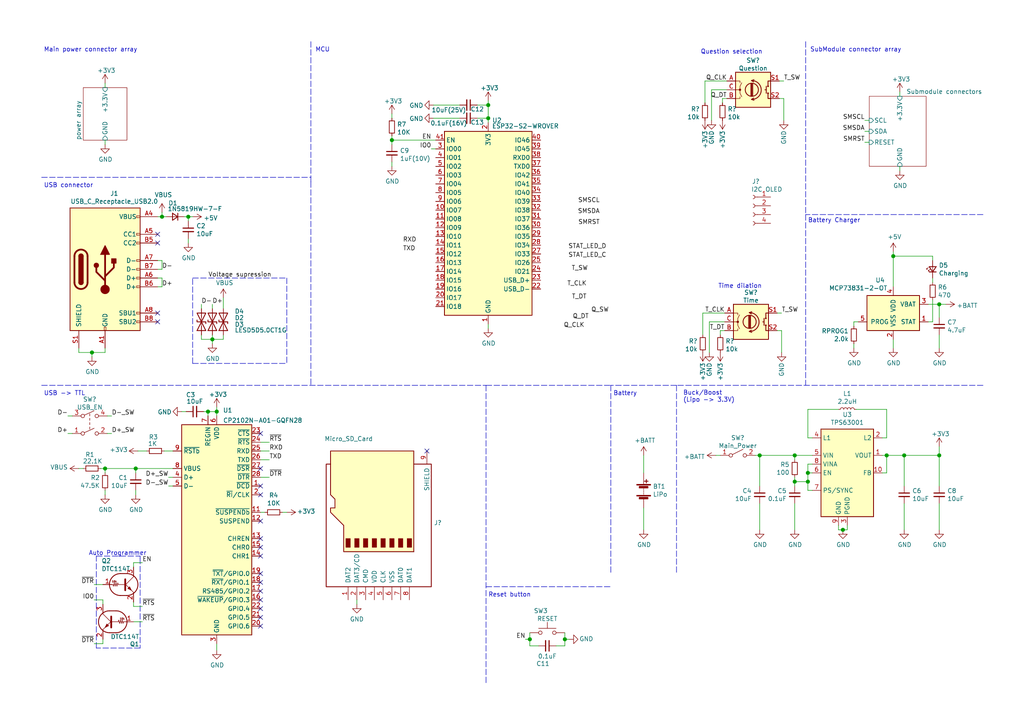
<source format=kicad_sch>
(kicad_sch (version 20210126) (generator eeschema)
  (paper "A4")
  (junction (at 26.67 102.235) (diameter 1.016))
  (junction (at 30.48 135.89) (diameter 1.016))
  (junction (at 39.37 135.89) (diameter 1.016))
  (junction (at 46.99 62.865) (diameter 1.016))
  (junction (at 54.61 62.865) (diameter 1.016))
  (junction (at 60.325 119.38) (diameter 1.016))
  (junction (at 61.595 98.425) (diameter 1.016))
  (junction (at 62.865 119.38) (diameter 1.016))
  (junction (at 113.665 40.64) (diameter 1.016))
  (junction (at 141.605 30.48) (diameter 1.016))
  (junction (at 141.605 34.29) (diameter 1.016))
  (junction (at 153.67 185.42) (diameter 1.016))
  (junction (at 161.925 230.505) (diameter 1.016))
  (junction (at 163.83 185.42) (diameter 1.016))
  (junction (at 172.085 230.505) (diameter 1.016))
  (junction (at 220.345 132.08) (diameter 1.016))
  (junction (at 230.505 132.08) (diameter 1.016))
  (junction (at 230.505 139.7) (diameter 1.016))
  (junction (at 234.315 137.16) (diameter 1.016))
  (junction (at 234.315 139.7) (diameter 1.016))
  (junction (at 244.475 153.67) (diameter 1.016))
  (junction (at 257.175 132.08) (diameter 1.016))
  (junction (at 259.08 74.295) (diameter 1.016))
  (junction (at 262.255 132.08) (diameter 1.016))
  (junction (at 272.415 88.265) (diameter 1.016))
  (junction (at 272.415 132.08) (diameter 1.016))
  (no_connect (at 45.72 67.945))
  (no_connect (at 45.72 70.485))
  (no_connect (at 45.72 90.805))
  (no_connect (at 45.72 93.345))
  (no_connect (at 75.565 125.73))
  (no_connect (at 75.565 135.89))
  (no_connect (at 75.565 140.97))
  (no_connect (at 75.565 143.51))
  (no_connect (at 75.565 151.13))
  (no_connect (at 75.565 156.21))
  (no_connect (at 75.565 158.75))
  (no_connect (at 75.565 161.29))
  (no_connect (at 75.565 166.37))
  (no_connect (at 75.565 168.91))
  (no_connect (at 75.565 171.45))
  (no_connect (at 75.565 173.99))
  (no_connect (at 75.565 176.53))
  (no_connect (at 75.565 179.07))
  (no_connect (at 75.565 181.61))
  (no_connect (at 123.825 130.81))
  (no_connect (at 127 240.03))
  (no_connect (at 127 243.205))
  (wire (pts (xy 19.685 120.65) (xy 20.955 120.65)))
  (wire (pts (xy 19.685 125.73) (xy 20.955 125.73)))
  (wire (pts (xy 22.86 100.965) (xy 22.86 102.235)))
  (wire (pts (xy 22.86 102.235) (xy 26.67 102.235)))
  (wire (pts (xy 22.86 135.89) (xy 24.13 135.89)))
  (wire (pts (xy 26.67 102.235) (xy 26.67 103.505)))
  (wire (pts (xy 26.67 102.235) (xy 30.48 102.235)))
  (wire (pts (xy 27.305 169.545) (xy 29.845 169.545)))
  (wire (pts (xy 27.305 173.99) (xy 29.845 173.99)))
  (wire (pts (xy 27.305 186.69) (xy 29.845 186.69)))
  (wire (pts (xy 29.21 135.89) (xy 30.48 135.89)))
  (wire (pts (xy 29.845 175.26) (xy 29.845 173.99)))
  (wire (pts (xy 29.845 185.42) (xy 29.845 186.69)))
  (wire (pts (xy 30.48 24.13) (xy 30.48 25.4)))
  (wire (pts (xy 30.48 40.64) (xy 30.48 41.91)))
  (wire (pts (xy 30.48 100.965) (xy 30.48 102.235)))
  (wire (pts (xy 30.48 135.89) (xy 30.48 137.16)))
  (wire (pts (xy 30.48 142.24) (xy 30.48 143.51)))
  (wire (pts (xy 31.115 120.65) (xy 32.385 120.65)))
  (wire (pts (xy 31.115 125.73) (xy 32.385 125.73)))
  (wire (pts (xy 38.735 163.195) (xy 41.275 163.195)))
  (wire (pts (xy 38.735 164.465) (xy 38.735 163.195)))
  (wire (pts (xy 38.735 174.625) (xy 38.735 175.895)))
  (wire (pts (xy 38.735 175.895) (xy 41.275 175.895)))
  (wire (pts (xy 38.735 180.34) (xy 41.275 180.34)))
  (wire (pts (xy 39.37 135.89) (xy 30.48 135.89)))
  (wire (pts (xy 39.37 135.89) (xy 39.37 137.16)))
  (wire (pts (xy 39.37 135.89) (xy 50.165 135.89)))
  (wire (pts (xy 39.37 142.24) (xy 39.37 143.51)))
  (wire (pts (xy 40.005 130.81) (xy 42.545 130.81)))
  (wire (pts (xy 45.72 62.865) (xy 46.99 62.865)))
  (wire (pts (xy 45.72 75.565) (xy 46.99 75.565)))
  (wire (pts (xy 45.72 78.105) (xy 46.99 78.105)))
  (wire (pts (xy 45.72 80.645) (xy 46.99 80.645)))
  (wire (pts (xy 46.99 61.595) (xy 46.99 62.865)))
  (wire (pts (xy 46.99 62.865) (xy 48.26 62.865)))
  (wire (pts (xy 46.99 75.565) (xy 46.99 78.105)))
  (wire (pts (xy 46.99 80.645) (xy 46.99 83.185)))
  (wire (pts (xy 46.99 83.185) (xy 45.72 83.185)))
  (wire (pts (xy 47.625 130.81) (xy 50.165 130.81)))
  (wire (pts (xy 48.895 138.43) (xy 50.165 138.43)))
  (wire (pts (xy 48.895 140.97) (xy 50.165 140.97)))
  (wire (pts (xy 52.705 119.38) (xy 53.975 119.38)))
  (wire (pts (xy 53.34 62.865) (xy 54.61 62.865)))
  (wire (pts (xy 54.61 62.865) (xy 54.61 64.135)))
  (wire (pts (xy 54.61 62.865) (xy 55.88 62.865)))
  (wire (pts (xy 54.61 69.215) (xy 54.61 70.485)))
  (wire (pts (xy 58.42 88.265) (xy 58.42 89.535)))
  (wire (pts (xy 58.42 97.155) (xy 58.42 98.425)))
  (wire (pts (xy 58.42 98.425) (xy 61.595 98.425)))
  (wire (pts (xy 59.055 119.38) (xy 60.325 119.38)))
  (wire (pts (xy 60.325 119.38) (xy 60.325 120.65)))
  (wire (pts (xy 60.325 119.38) (xy 62.865 119.38)))
  (wire (pts (xy 61.595 88.265) (xy 61.595 89.535)))
  (wire (pts (xy 61.595 97.155) (xy 61.595 98.425)))
  (wire (pts (xy 61.595 98.425) (xy 61.595 99.695)))
  (wire (pts (xy 61.595 98.425) (xy 64.77 98.425)))
  (wire (pts (xy 62.865 118.11) (xy 62.865 119.38)))
  (wire (pts (xy 62.865 119.38) (xy 62.865 120.65)))
  (wire (pts (xy 62.865 186.69) (xy 62.865 188.595)))
  (wire (pts (xy 64.77 86.36) (xy 64.77 89.535)))
  (wire (pts (xy 64.77 98.425) (xy 64.77 97.155)))
  (wire (pts (xy 75.565 128.27) (xy 78.105 128.27)))
  (wire (pts (xy 75.565 130.81) (xy 78.105 130.81)))
  (wire (pts (xy 75.565 133.35) (xy 78.105 133.35)))
  (wire (pts (xy 75.565 138.43) (xy 78.105 138.43)))
  (wire (pts (xy 75.565 148.59) (xy 76.835 148.59)))
  (wire (pts (xy 81.915 148.59) (xy 83.185 148.59)))
  (wire (pts (xy 103.505 173.99) (xy 103.505 175.26)))
  (wire (pts (xy 110.49 240.665) (xy 111.76 240.665)))
  (wire (pts (xy 110.49 243.205) (xy 111.76 243.205)))
  (wire (pts (xy 113.665 33.02) (xy 113.665 34.29)))
  (wire (pts (xy 113.665 39.37) (xy 113.665 40.64)))
  (wire (pts (xy 113.665 40.64) (xy 126.365 40.64)))
  (wire (pts (xy 113.665 41.91) (xy 113.665 40.64)))
  (wire (pts (xy 113.665 46.99) (xy 113.665 48.26)))
  (wire (pts (xy 119.38 234.315) (xy 119.38 235.585)))
  (wire (pts (xy 119.38 250.825) (xy 119.38 252.095)))
  (wire (pts (xy 125.095 43.18) (xy 126.365 43.18)))
  (wire (pts (xy 125.73 30.48) (xy 133.35 30.48)))
  (wire (pts (xy 125.73 34.29) (xy 133.35 34.29)))
  (wire (pts (xy 138.43 30.48) (xy 141.605 30.48)))
  (wire (pts (xy 138.43 34.29) (xy 141.605 34.29)))
  (wire (pts (xy 141.605 29.21) (xy 141.605 30.48)))
  (wire (pts (xy 141.605 30.48) (xy 141.605 34.29)))
  (wire (pts (xy 141.605 34.29) (xy 141.605 35.56)))
  (wire (pts (xy 141.605 93.98) (xy 141.605 95.25)))
  (wire (pts (xy 152.4 185.42) (xy 153.67 185.42)))
  (wire (pts (xy 153.67 183.515) (xy 153.67 185.42)))
  (wire (pts (xy 153.67 185.42) (xy 153.67 187.325)))
  (wire (pts (xy 153.67 187.325) (xy 156.21 187.325)))
  (wire (pts (xy 160.655 230.505) (xy 161.925 230.505)))
  (wire (pts (xy 161.925 228.6) (xy 161.925 230.505)))
  (wire (pts (xy 161.925 230.505) (xy 161.925 232.41)))
  (wire (pts (xy 161.925 232.41) (xy 164.465 232.41)))
  (wire (pts (xy 163.83 183.515) (xy 163.83 185.42)))
  (wire (pts (xy 163.83 185.42) (xy 163.83 187.325)))
  (wire (pts (xy 163.83 185.42) (xy 165.1 185.42)))
  (wire (pts (xy 163.83 187.325) (xy 161.29 187.325)))
  (wire (pts (xy 172.085 228.6) (xy 172.085 230.505)))
  (wire (pts (xy 172.085 230.505) (xy 172.085 232.41)))
  (wire (pts (xy 172.085 230.505) (xy 173.355 230.505)))
  (wire (pts (xy 172.085 232.41) (xy 169.545 232.41)))
  (wire (pts (xy 186.69 132.08) (xy 186.69 137.16)))
  (wire (pts (xy 186.69 147.32) (xy 186.69 153.67)))
  (wire (pts (xy 203.835 90.805) (xy 203.835 97.155)))
  (wire (pts (xy 203.835 90.805) (xy 210.185 90.805)))
  (wire (pts (xy 204.47 23.495) (xy 204.47 29.845)))
  (wire (pts (xy 204.47 23.495) (xy 210.82 23.495)))
  (wire (pts (xy 205.74 93.345) (xy 205.74 102.235)))
  (wire (pts (xy 205.74 93.345) (xy 210.185 93.345)))
  (wire (pts (xy 206.375 26.035) (xy 206.375 34.925)))
  (wire (pts (xy 207.645 132.08) (xy 208.915 132.08)))
  (wire (pts (xy 208.915 95.885) (xy 208.915 97.155)))
  (wire (pts (xy 209.55 28.575) (xy 209.55 29.845)))
  (wire (pts (xy 210.185 95.885) (xy 208.915 95.885)))
  (wire (pts (xy 210.82 26.035) (xy 206.375 26.035)))
  (wire (pts (xy 210.82 28.575) (xy 209.55 28.575)))
  (wire (pts (xy 219.075 132.08) (xy 220.345 132.08)))
  (wire (pts (xy 220.345 132.08) (xy 230.505 132.08)))
  (wire (pts (xy 220.345 140.97) (xy 220.345 132.08)))
  (wire (pts (xy 220.345 146.05) (xy 220.345 153.67)))
  (wire (pts (xy 225.425 90.805) (xy 226.695 90.805)))
  (wire (pts (xy 225.425 95.885) (xy 226.695 95.885)))
  (wire (pts (xy 226.06 23.495) (xy 227.33 23.495)))
  (wire (pts (xy 226.06 28.575) (xy 227.33 28.575)))
  (wire (pts (xy 226.695 95.885) (xy 226.695 102.235)))
  (wire (pts (xy 227.33 28.575) (xy 227.33 34.925)))
  (wire (pts (xy 230.505 132.08) (xy 230.505 133.35)))
  (wire (pts (xy 230.505 138.43) (xy 230.505 139.7)))
  (wire (pts (xy 230.505 139.7) (xy 230.505 140.97)))
  (wire (pts (xy 230.505 139.7) (xy 234.315 139.7)))
  (wire (pts (xy 230.505 146.05) (xy 230.505 153.67)))
  (wire (pts (xy 234.315 118.745) (xy 234.315 127)))
  (wire (pts (xy 234.315 127) (xy 235.585 127)))
  (wire (pts (xy 234.315 134.62) (xy 234.315 137.16)))
  (wire (pts (xy 234.315 137.16) (xy 235.585 137.16)))
  (wire (pts (xy 234.315 139.7) (xy 234.315 137.16)))
  (wire (pts (xy 234.315 142.24) (xy 234.315 139.7)))
  (wire (pts (xy 235.585 132.08) (xy 230.505 132.08)))
  (wire (pts (xy 235.585 134.62) (xy 234.315 134.62)))
  (wire (pts (xy 235.585 142.24) (xy 234.315 142.24)))
  (wire (pts (xy 243.205 118.745) (xy 234.315 118.745)))
  (wire (pts (xy 243.205 152.4) (xy 243.205 153.67)))
  (wire (pts (xy 243.205 153.67) (xy 244.475 153.67)))
  (wire (pts (xy 244.475 153.67) (xy 245.745 153.67)))
  (wire (pts (xy 245.745 153.67) (xy 245.745 152.4)))
  (wire (pts (xy 247.65 93.345) (xy 248.92 93.345)))
  (wire (pts (xy 247.65 94.615) (xy 247.65 93.345)))
  (wire (pts (xy 247.65 99.695) (xy 247.65 100.965)))
  (wire (pts (xy 248.285 118.745) (xy 257.175 118.745)))
  (wire (pts (xy 250.825 34.925) (xy 252.095 34.925)))
  (wire (pts (xy 250.825 38.1) (xy 252.095 38.1)))
  (wire (pts (xy 250.825 41.275) (xy 252.095 41.275)))
  (wire (pts (xy 255.905 137.16) (xy 257.175 137.16)))
  (wire (pts (xy 257.175 118.745) (xy 257.175 127)))
  (wire (pts (xy 257.175 127) (xy 255.905 127)))
  (wire (pts (xy 257.175 132.08) (xy 255.905 132.08)))
  (wire (pts (xy 257.175 132.08) (xy 262.255 132.08)))
  (wire (pts (xy 257.175 137.16) (xy 257.175 132.08)))
  (wire (pts (xy 259.08 73.025) (xy 259.08 74.295)))
  (wire (pts (xy 259.08 74.295) (xy 259.08 83.185)))
  (wire (pts (xy 259.08 98.425) (xy 259.08 100.965)))
  (wire (pts (xy 260.985 26.67) (xy 260.985 27.94)))
  (wire (pts (xy 260.985 48.26) (xy 260.985 49.53)))
  (wire (pts (xy 262.255 132.08) (xy 262.255 140.97)))
  (wire (pts (xy 262.255 132.08) (xy 272.415 132.08)))
  (wire (pts (xy 262.255 146.05) (xy 262.255 153.67)))
  (wire (pts (xy 269.24 88.265) (xy 272.415 88.265)))
  (wire (pts (xy 270.51 74.295) (xy 259.08 74.295)))
  (wire (pts (xy 270.51 75.565) (xy 270.51 74.295)))
  (wire (pts (xy 270.51 80.645) (xy 270.51 81.915)))
  (wire (pts (xy 270.51 86.995) (xy 270.51 93.345)))
  (wire (pts (xy 270.51 93.345) (xy 269.24 93.345)))
  (wire (pts (xy 272.415 88.265) (xy 272.415 92.075)))
  (wire (pts (xy 272.415 88.265) (xy 274.32 88.265)))
  (wire (pts (xy 272.415 97.155) (xy 272.415 100.965)))
  (wire (pts (xy 272.415 132.08) (xy 272.415 129.54)))
  (wire (pts (xy 272.415 132.08) (xy 272.415 140.97)))
  (wire (pts (xy 272.415 146.05) (xy 272.415 153.67)))
  (polyline (pts (xy 12.065 51.435) (xy 90.17 51.435)) (stroke (width 0) (type dash)))
  (polyline (pts (xy 12.065 111.76) (xy 140.97 111.76)) (stroke (width 0) (type dash)))
  (polyline (pts (xy 27.94 161.29) (xy 40.64 161.29)) (stroke (width 0) (type dash)))
  (polyline (pts (xy 27.94 187.96) (xy 27.94 161.29)) (stroke (width 0) (type dash)))
  (polyline (pts (xy 40.64 161.29) (xy 40.64 161.925)) (stroke (width 0.152) (type dash)))
  (polyline (pts (xy 40.64 161.925) (xy 40.64 187.96)) (stroke (width 0) (type dash)))
  (polyline (pts (xy 40.64 187.96) (xy 27.94 187.96)) (stroke (width 0) (type dash)))
  (polyline (pts (xy 55.88 80.645) (xy 83.185 80.645)) (stroke (width 0) (type dash)))
  (polyline (pts (xy 55.88 105.41) (xy 55.88 80.645)) (stroke (width 0) (type dash)))
  (polyline (pts (xy 55.88 105.41) (xy 83.185 105.41)) (stroke (width 0) (type dash)))
  (polyline (pts (xy 83.185 80.645) (xy 83.185 105.41)) (stroke (width 0) (type dash)))
  (polyline (pts (xy 90.17 12.065) (xy 90.17 51.435)) (stroke (width 0) (type dash)))
  (polyline (pts (xy 90.17 52.705) (xy 90.17 51.435)) (stroke (width 0) (type dash)))
  (polyline (pts (xy 90.17 52.705) (xy 90.17 111.76)) (stroke (width 0) (type dash)))
  (polyline (pts (xy 140.97 111.76) (xy 140.97 198.12)) (stroke (width 0) (type dash)))
  (polyline (pts (xy 140.97 111.76) (xy 177.165 111.76)) (stroke (width 0) (type dash)))
  (polyline (pts (xy 140.97 170.18) (xy 177.165 170.18)) (stroke (width 0) (type dash)))
  (polyline (pts (xy 177.165 111.76) (xy 177.165 166.37)) (stroke (width 0) (type dash)))
  (polyline (pts (xy 196.215 111.76) (xy 177.165 111.76)) (stroke (width 0) (type dash)))
  (polyline (pts (xy 196.215 111.76) (xy 196.215 166.37)) (stroke (width 0) (type dash)))
  (polyline (pts (xy 233.68 12.065) (xy 233.68 62.23)) (stroke (width 0) (type dash)))
  (polyline (pts (xy 233.68 62.23) (xy 233.68 111.76)) (stroke (width 0) (type dash)))
  (polyline (pts (xy 285.115 62.23) (xy 233.68 62.23)) (stroke (width 0.152) (type dash)))
  (polyline (pts (xy 285.115 111.76) (xy 196.215 111.76)) (stroke (width 0) (type dash)))
  (text "Main power connector array" (at 12.7 15.24 0) (effects (font (size 1.27 1.27)) (justify left bottom)))
  (text "USB connector" (at 12.7 54.61 0) (effects (font (size 1.27 1.27)) (justify left bottom)))
  (text "USB -> TTL" (at 12.7 114.935 0) (effects (font (size 1.27 1.27)) (justify left bottom)))
  (text "Auto Programmer\n" (at 42.545 161.29 180) (effects (font (size 1.27 1.27)) (justify right bottom)))
  (text "MCU" (at 91.44 15.24 0) (effects (font (size 1.27 1.27)) (justify left bottom)))
  (text "Status LED" (at 97.79 228.6 0) (effects (font (size 1.27 1.27)) (justify left bottom)))
  (text "Reset button" (at 141.605 173.355 0) (effects (font (size 1.27 1.27)) (justify left bottom)))
  (text "Program button\n" (at 150.495 219.71 0) (effects (font (size 1.27 1.27)) (justify left bottom)))
  (text "Battery" (at 184.785 114.935 180) (effects (font (size 1.27 1.27)) (justify right bottom)))
  (text "Buck/Boost\n(Lipo -> 3.3V)" (at 198.12 116.84 0) (effects (font (size 1.27 1.27)) (justify left bottom)))
  (text "Question selection" (at 203.2 15.875 0) (effects (font (size 1.27 1.27)) (justify left bottom)))
  (text "Time dilation" (at 208.28 83.82 0) (effects (font (size 1.27 1.27)) (justify left bottom)))
  (text "Battery Charger" (at 234.315 64.77 0) (effects (font (size 1.27 1.27)) (justify left bottom)))
  (text "SubModule connector array" (at 234.95 15.24 0) (effects (font (size 1.27 1.27)) (justify left bottom)))
  (label "D-" (at 19.685 120.65 180))
  (label "D+" (at 19.685 125.73 180))
  (label "~DTR" (at 27.305 169.545 180))
  (label "IO0" (at 27.305 173.99 180))
  (label "~DTR" (at 27.305 186.69 180))
  (label "D-_SW" (at 32.385 120.65 0))
  (label "D+_SW" (at 32.385 125.73 0))
  (label "EN" (at 41.275 163.195 0))
  (label "~RTS" (at 41.275 175.895 0))
  (label "~RTS" (at 41.275 180.34 0))
  (label "D-" (at 46.99 78.105 0))
  (label "D+" (at 46.99 83.185 0))
  (label "D+_SW" (at 48.895 138.43 180))
  (label "D-_SW" (at 48.895 140.97 180))
  (label "D-" (at 58.42 88.265 0))
  (label "D+" (at 61.595 88.265 0))
  (label "~RTS" (at 78.105 128.27 0))
  (label "RXD" (at 78.105 130.81 0))
  (label "TXD" (at 78.105 133.35 0))
  (label "~DTR" (at 78.105 138.43 0))
  (label "Voltage supression" (at 78.74 80.645 180))
  (label "STAT_LED_D" (at 110.49 240.665 180))
  (label "STAT_LED_C" (at 110.49 243.205 180))
  (label "RXD" (at 116.84 70.485 0))
  (label "TXD" (at 116.84 73.025 0))
  (label "EN" (at 125.095 40.64 180))
  (label "IO0" (at 125.095 43.18 180))
  (label "EN" (at 152.4 185.42 180))
  (label "IO0" (at 160.655 230.505 180))
  (label "T_SW" (at 165.735 78.74 0))
  (label "Q_CLK" (at 169.545 95.25 180))
  (label "T_CLK" (at 170.18 83.185 180))
  (label "T_DT" (at 170.18 86.995 180))
  (label "Q_DT" (at 170.815 92.71 180))
  (label "Q_SW" (at 171.45 90.805 0))
  (label "SMSCL" (at 173.99 59.055 180))
  (label "SMSDA" (at 173.99 62.23 180))
  (label "SMRST" (at 173.99 65.405 180))
  (label "STAT_LED_D" (at 175.895 72.39 180))
  (label "STAT_LED_C" (at 175.895 74.93 180))
  (label "T_CLK" (at 210.185 90.805 180))
  (label "T_DT" (at 210.185 95.885 180))
  (label "Q_CLK" (at 210.82 23.495 180))
  (label "Q_DT" (at 210.82 28.575 180))
  (label "T_SW" (at 226.695 90.805 0))
  (label "T_SW" (at 227.33 23.495 0))
  (label "SMSCL" (at 250.825 34.925 180))
  (label "SMSDA" (at 250.825 38.1 180))
  (label "SMRST" (at 250.825 41.275 180))
  (symbol (lib_id "power:VBUS") (at 22.86 135.89 90) (unit 1)
    (property "Reference" "#PWR0103" (effects hide))
    (property "Value" "VBUS" (at 19.6849 135.5217 90) (effects (justify left)))
  )
  (symbol (lib_id "power:+3.3V") (at 30.48 24.13 0) (unit 1)
    (property "Reference" "#PWR0197" (effects hide))
    (property "Value" "+3.3V" (at 30.8483 20.4406 0))
  )
  (symbol (lib_id "power:+3.3V") (at 40.005 130.81 90) (unit 1)
    (property "Reference" "#PWR0117" (effects hide))
    (property "Value" "+3.3V" (at 34.4106 130.4417 90))
  )
  (symbol (lib_id "power:VBUS") (at 46.99 61.595 0) (unit 1)
    (property "Reference" "#PWR0108" (effects hide))
    (property "Value" "VBUS" (at 44.8183 56.5149 0) (effects (justify left)))
  )
  (symbol (lib_id "power:+5V") (at 55.88 62.865 270) (unit 1)
    (property "Reference" "#PWR0111" (effects hide))
    (property "Value" "+5V" (at 59.0551 63.2333 90) (effects (justify left)))
  )
  (symbol (lib_id "power:+3.3V") (at 62.865 118.11 0) (unit 1)
    (property "Reference" "#PWR0115" (effects hide))
    (property "Value" "+3.3V" (at 63.2333 114.4206 0))
  )
  (symbol (lib_id "power:VBUS") (at 64.77 86.36 0) (unit 1)
    (property "Reference" "#PWR0109" (effects hide))
    (property "Value" "VBUS" (at 65.1383 82.0356 0))
  )
  (symbol (lib_id "power:+3.3V") (at 83.185 148.59 270) (unit 1)
    (property "Reference" "#PWR0102" (effects hide))
    (property "Value" "+3.3V" (at 88.7794 148.3233 90))
  )
  (symbol (lib_id "power:+3.3V") (at 113.665 33.02 0) (unit 1)
    (property "Reference" "#PWR0136" (effects hide))
    (property "Value" "+3.3V" (at 114.0333 29.3306 0))
  )
  (symbol (lib_id "power:+3.3V") (at 119.38 234.315 0) (unit 1)
    (property "Reference" "#PWR0133" (effects hide))
    (property "Value" "+3.3V" (at 119.7483 230.6256 0))
  )
  (symbol (lib_id "power:+3.3V") (at 141.605 29.21 0) (unit 1)
    (property "Reference" "#PWR0131" (effects hide))
    (property "Value" "+3.3V" (at 141.9733 25.5206 0))
  )
  (symbol (lib_id "power:+BATT") (at 186.69 132.08 0) (unit 1)
    (property "Reference" "#PWR0105" (effects hide))
    (property "Value" "+BATT" (at 187.0583 127.7556 0))
  )
  (symbol (lib_id "power:+3.3V") (at 203.835 102.235 180) (unit 1)
    (property "Reference" "#PWR?" (effects hide))
    (property "Value" "+3.3V" (at 203.835 107.8294 90))
  )
  (symbol (lib_id "power:+3.3V") (at 204.47 34.925 180) (unit 1)
    (property "Reference" "#PWR?" (effects hide))
    (property "Value" "+3.3V" (at 204.47 40.5194 90))
  )
  (symbol (lib_id "power:+BATT") (at 207.645 132.08 90) (unit 1)
    (property "Reference" "#PWR?" (effects hide))
    (property "Value" "+BATT" (at 204.4699 132.4685 90) (effects (justify left)))
  )
  (symbol (lib_id "power:+3.3V") (at 208.915 102.235 180) (unit 1)
    (property "Reference" "#PWR?" (effects hide))
    (property "Value" "+3.3V" (at 208.915 107.8294 90))
  )
  (symbol (lib_id "power:+3.3V") (at 209.55 34.925 180) (unit 1)
    (property "Reference" "#PWR?" (effects hide))
    (property "Value" "+3.3V" (at 209.55 40.5194 90))
  )
  (symbol (lib_id "power:+5V") (at 259.08 73.025 0) (unit 1)
    (property "Reference" "#PWR0127" (effects hide))
    (property "Value" "+5V" (at 259.4483 68.7006 0))
  )
  (symbol (lib_id "power:+3.3V") (at 260.985 26.67 0) (unit 1)
    (property "Reference" "#PWR0130" (effects hide))
    (property "Value" "+3.3V" (at 261.3533 22.9806 0))
  )
  (symbol (lib_id "power:+3.3V") (at 272.415 129.54 0) (unit 1)
    (property "Reference" "#PWR0120" (effects hide))
    (property "Value" "+3.3V" (at 272.7833 125.8506 0))
  )
  (symbol (lib_id "power:+BATT") (at 274.32 88.265 270) (unit 1)
    (property "Reference" "#PWR0129" (effects hide))
    (property "Value" "+BATT" (at 277.4951 88.6333 90) (effects (justify left)))
  )
  (symbol (lib_id "Device:L_Small") (at 245.745 118.745 90) (unit 1)
    (property "Reference" "L1" (at 245.745 114.1538 90))
    (property "Value" "2.2uH" (at 245.745 116.453 90))
    (property "Footprint" "Inductor_SMD:L_Coilcraft_XxL4040" (effects hide))
  )
  (symbol (lib_id "power:GND") (at 26.67 103.505 0) (unit 1)
    (property "Reference" "#PWR0107" (effects hide))
    (property "Value" "GND" (at 26.7843 107.8294 0))
  )
  (symbol (lib_id "power:GND") (at 30.48 41.91 0) (unit 1)
    (property "Reference" "#PWR0198" (effects hide))
    (property "Value" "GND" (at 30.5943 46.2344 0))
  )
  (symbol (lib_id "power:GND") (at 30.48 143.51 0) (unit 1)
    (property "Reference" "#PWR0113" (effects hide))
    (property "Value" "GND" (at 30.5943 147.8344 0))
  )
  (symbol (lib_id "power:GND") (at 39.37 143.51 0) (unit 1)
    (property "Reference" "#PWR0112" (effects hide))
    (property "Value" "GND" (at 39.4843 147.8344 0))
  )
  (symbol (lib_id "power:GND") (at 52.705 119.38 270) (unit 1)
    (property "Reference" "#PWR0114" (effects hide))
    (property "Value" "GND" (at 47.7456 119.4943 90))
  )
  (symbol (lib_id "power:GND") (at 54.61 70.485 0) (unit 1)
    (property "Reference" "#PWR0110" (effects hide))
    (property "Value" "GND" (at 54.7243 74.8094 0))
  )
  (symbol (lib_id "power:GND") (at 61.595 99.695 0) (unit 1)
    (property "Reference" "#PWR0116" (effects hide))
    (property "Value" "GND" (at 61.7093 104.0194 0))
  )
  (symbol (lib_id "power:GND") (at 62.865 188.595 0) (unit 1)
    (property "Reference" "#PWR0101" (effects hide))
    (property "Value" "GND" (at 62.9793 192.9194 0))
  )
  (symbol (lib_id "power:GND") (at 103.505 175.26 0) (unit 1)
    (property "Reference" "#PWR?" (effects hide))
    (property "Value" "GND" (at 103.505 179.5844 0))
  )
  (symbol (lib_id "power:GND") (at 113.665 48.26 0) (unit 1)
    (property "Reference" "#PWR0135" (effects hide))
    (property "Value" "GND" (at 113.7793 52.5844 0))
  )
  (symbol (lib_id "power:GND") (at 119.38 252.095 0) (unit 1)
    (property "Reference" "#PWR0134" (effects hide))
    (property "Value" "GND" (at 119.4943 256.4194 0))
  )
  (symbol (lib_id "power:GND") (at 125.73 30.48 270) (unit 1)
    (property "Reference" "#PWR0196" (effects hide))
    (property "Value" "GND" (at 120.7706 30.5943 90))
  )
  (symbol (lib_id "power:GND") (at 125.73 34.29 270) (unit 1)
    (property "Reference" "#PWR0195" (effects hide))
    (property "Value" "GND" (at 120.7706 34.4043 90))
  )
  (symbol (lib_id "power:GND") (at 141.605 95.25 0) (unit 1)
    (property "Reference" "#PWR0104" (effects hide))
    (property "Value" "GND" (at 141.7193 99.5744 0))
  )
  (symbol (lib_id "power:GND") (at 165.1 185.42 90) (unit 1)
    (property "Reference" "#PWR0200" (effects hide))
    (property "Value" "GND" (at 170.0594 185.3057 90))
  )
  (symbol (lib_id "power:GND") (at 173.355 230.505 90) (unit 1)
    (property "Reference" "#PWR0199" (effects hide))
    (property "Value" "GND" (at 178.3144 230.3907 90))
  )
  (symbol (lib_id "power:GND") (at 186.69 153.67 0) (unit 1)
    (property "Reference" "#PWR0106" (effects hide))
    (property "Value" "GND" (at 186.8043 157.9944 0))
  )
  (symbol (lib_id "power:GND") (at 205.74 102.235 0) (unit 1)
    (property "Reference" "#PWR?" (effects hide))
    (property "Value" "GND" (at 205.74 107.1944 90))
  )
  (symbol (lib_id "power:GND") (at 206.375 34.925 0) (unit 1)
    (property "Reference" "#PWR?" (effects hide))
    (property "Value" "GND" (at 206.375 39.8844 90))
  )
  (symbol (lib_id "power:GND") (at 220.345 153.67 0) (unit 1)
    (property "Reference" "#PWR0123" (effects hide))
    (property "Value" "GND" (at 220.4593 157.9944 0))
  )
  (symbol (lib_id "power:GND") (at 226.695 102.235 0) (unit 1)
    (property "Reference" "#PWR?" (effects hide))
    (property "Value" "GND" (at 226.695 107.1944 90))
  )
  (symbol (lib_id "power:GND") (at 227.33 34.925 0) (unit 1)
    (property "Reference" "#PWR?" (effects hide))
    (property "Value" "GND" (at 227.33 39.8844 90))
  )
  (symbol (lib_id "power:GND") (at 230.505 153.67 0) (unit 1)
    (property "Reference" "#PWR0121" (effects hide))
    (property "Value" "GND" (at 230.6193 157.9944 0))
  )
  (symbol (lib_id "power:GND") (at 244.475 153.67 0) (unit 1)
    (property "Reference" "#PWR0122" (effects hide))
    (property "Value" "GND" (at 244.5893 157.9944 0))
  )
  (symbol (lib_id "power:GND") (at 247.65 100.965 0) (unit 1)
    (property "Reference" "#PWR0125" (effects hide))
    (property "Value" "GND" (at 247.7643 105.2894 0))
  )
  (symbol (lib_id "power:GND") (at 259.08 100.965 0) (unit 1)
    (property "Reference" "#PWR0126" (effects hide))
    (property "Value" "GND" (at 259.1943 105.2894 0))
  )
  (symbol (lib_id "power:GND") (at 260.985 49.53 0) (unit 1)
    (property "Reference" "#PWR0132" (effects hide))
    (property "Value" "GND" (at 261.0993 53.8544 0))
  )
  (symbol (lib_id "power:GND") (at 262.255 153.67 0) (unit 1)
    (property "Reference" "#PWR0118" (effects hide))
    (property "Value" "GND" (at 262.3693 157.9944 0))
  )
  (symbol (lib_id "power:GND") (at 272.415 100.965 0) (unit 1)
    (property "Reference" "#PWR0128" (effects hide))
    (property "Value" "GND" (at 272.5293 105.2894 0))
  )
  (symbol (lib_id "power:GND") (at 272.415 153.67 0) (unit 1)
    (property "Reference" "#PWR0119" (effects hide))
    (property "Value" "GND" (at 272.5293 157.9944 0))
  )
  (symbol (lib_id "Device:R_Small") (at 26.67 135.89 90) (unit 1)
    (property "Reference" "R1" (at 27.4256 131.8513 90) (effects (justify left)))
    (property "Value" "22.1K" (at 29.724 133.756 90) (effects (justify left)))
    (property "Footprint" "Resistor_SMD:R_0603_1608Metric" (effects hide))
  )
  (symbol (lib_id "Device:R_Small") (at 30.48 139.7 0) (mirror x) (unit 1)
    (property "Reference" "R2" (at 28.9813 138.5506 0) (effects (justify right)))
    (property "Value" "47.5K" (at 28.981 140.849 0) (effects (justify right)))
    (property "Footprint" "Resistor_SMD:R_0603_1608Metric" (effects hide))
  )
  (symbol (lib_id "Device:R_Small") (at 45.085 130.81 90) (unit 1)
    (property "Reference" "R3" (at 45.8406 126.7713 90) (effects (justify left)))
    (property "Value" "1K" (at 45.599 128.676 90) (effects (justify left)))
    (property "Footprint" "Resistor_SMD:R_0603_1608Metric" (effects hide))
  )
  (symbol (lib_id "Device:R_Small") (at 79.375 148.59 90) (unit 1)
    (property "Reference" "R4" (at 79.375 143.6432 90))
    (property "Value" "10K" (at 79.375 145.942 90))
    (property "Footprint" "Resistor_SMD:R_0603_1608Metric" (effects hide))
  )
  (symbol (lib_id "Device:R_Small") (at 113.665 36.83 0) (unit 1)
    (property "Reference" "R7" (at 115.1637 36.0691 0) (effects (justify left)))
    (property "Value" "10K" (at 115.1637 38.3678 0) (effects (justify left)))
    (property "Footprint" "Resistor_SMD:R_0603_1608Metric" (effects hide))
  )
  (symbol (lib_id "Device:R_Small") (at 203.835 99.695 0) (mirror x) (unit 1)
    (property "Reference" "R?" (at 202.3364 98.9341 0) (effects (justify right)))
    (property "Value" "10k" (at 202.3364 101.2328 0) (effects (justify right)))
  )
  (symbol (lib_id "Device:R_Small") (at 204.47 32.385 0) (mirror x) (unit 1)
    (property "Reference" "R?" (at 202.9714 31.6241 0) (effects (justify right)))
    (property "Value" "10k" (at 202.9714 33.9228 0) (effects (justify right)))
  )
  (symbol (lib_id "Device:R_Small") (at 208.915 99.695 0) (unit 1)
    (property "Reference" "R?" (at 210.4137 98.9341 0) (effects (justify left)))
    (property "Value" "10k" (at 210.4137 101.2328 0) (effects (justify left)))
  )
  (symbol (lib_id "Device:R_Small") (at 209.55 32.385 0) (unit 1)
    (property "Reference" "R?" (at 211.0487 31.6241 0) (effects (justify left)))
    (property "Value" "10k" (at 211.0487 33.9228 0) (effects (justify left)))
  )
  (symbol (lib_id "Device:R_Small") (at 230.505 135.89 0) (mirror x) (unit 1)
    (property "Reference" "R5" (at 229.0063 134.7406 0) (effects (justify right)))
    (property "Value" "100" (at 229.006 137.039 0) (effects (justify right)))
    (property "Footprint" "Resistor_SMD:R_0603_1608Metric" (effects hide))
  )
  (symbol (lib_id "Device:R_Small") (at 247.65 97.155 0) (mirror x) (unit 1)
    (property "Reference" "RPROG1" (at 246.151 96.006 0) (effects (justify right)))
    (property "Value" "2.0k" (at 246.151 98.304 0) (effects (justify right)))
    (property "Footprint" "Resistor_SMD:R_0603_1608Metric" (effects hide))
  )
  (symbol (lib_id "Device:R_Small") (at 270.51 84.455 180) (unit 1)
    (property "Reference" "R6" (at 272.0087 83.3056 0) (effects (justify right)))
    (property "Value" "470" (at 272.009 85.604 0) (effects (justify right)))
    (property "Footprint" "Resistor_SMD:R_0603_1608Metric" (effects hide))
  )
  (symbol (lib_id "Device:D_Small") (at 50.8 62.865 180) (unit 1)
    (property "Reference" "D1" (at 50.165 58.9088 0))
    (property "Value" "1N5819HW-7-F" (at 56.515 60.573 0))
    (property "Footprint" "Diode_SMD:D_SOD-123F" (effects hide))
  )
  (symbol (lib_id "Device:LED_Small") (at 270.51 78.105 90) (unit 1)
    (property "Reference" "D5" (at 272.2881 76.9556 90) (effects (justify right)))
    (property "Value" "Charging" (at 272.288 79.254 90) (effects (justify right)))
    (property "Footprint" "LED_SMD:LED_0603_1608Metric" (effects hide))
  )
  (symbol (lib_id "Device:C_Small") (at 39.37 139.7 0) (mirror y) (unit 1)
    (property "Reference" "C1" (at 37.0458 138.5506 0) (effects (justify left)))
    (property "Value" "10uF" (at 37.046 140.849 0) (effects (justify left)))
    (property "Footprint" "Capacitor_SMD:C_0603_1608Metric" (effects hide))
  )
  (symbol (lib_id "Device:C_Small") (at 54.61 66.675 0) (unit 1)
    (property "Reference" "C2" (at 56.9342 65.5256 0) (effects (justify left)))
    (property "Value" "10uF" (at 56.934 67.824 0) (effects (justify left)))
    (property "Footprint" "Capacitor_SMD:C_0603_1608Metric" (effects hide))
  )
  (symbol (lib_id "Device:C_Small") (at 56.515 119.38 90) (unit 1)
    (property "Reference" "C3" (at 56.6356 114.5158 90) (effects (justify left)))
    (property "Value" "10uF" (at 58.934 116.421 90) (effects (justify left)))
    (property "Footprint" "Capacitor_SMD:C_0603_1608Metric" (effects hide))
  )
  (symbol (lib_id "Device:C_Small") (at 113.665 44.45 0) (unit 1)
    (property "Reference" "C9" (at 115.9892 43.6891 0) (effects (justify left)))
    (property "Value" "1uF(10V)" (at 115.9892 45.9878 0) (effects (justify left)))
    (property "Footprint" "Capacitor_SMD:C_0603_1608Metric" (effects hide))
  )
  (symbol (lib_id "Device:C_Small") (at 135.89 30.48 270) (unit 1)
    (property "Reference" "C12" (at 138.43 31.6653 90))
    (property "Value" "10uF(25V)" (at 130.175 31.9066 90))
    (property "Footprint" "Capacitor_SMD:C_0603_1608Metric" (effects hide))
  )
  (symbol (lib_id "Device:C_Small") (at 135.89 34.29 270) (unit 1)
    (property "Reference" "C13" (at 138.43 35.4753 90))
    (property "Value" "0.1uF(16V)" (at 130.175 35.7166 90))
    (property "Footprint" "Capacitor_SMD:C_0603_1608Metric" (effects hide))
  )
  (symbol (lib_id "Device:C_Small") (at 158.75 187.325 270) (unit 1)
    (property "Reference" "C11" (at 157.48 192.4897 90))
    (property "Value" "0.1uF" (at 158.75 190.3434 90))
    (property "Footprint" "Capacitor_SMD:C_0603_1608Metric" (effects hide))
  )
  (symbol (lib_id "Device:C_Small") (at 167.005 232.41 270) (unit 1)
    (property "Reference" "C10" (at 165.735 237.5747 90))
    (property "Value" "0.1uF" (at 167.005 235.4284 90))
    (property "Footprint" "Capacitor_SMD:C_0603_1608Metric" (effects hide))
  )
  (symbol (lib_id "Device:C_Small") (at 220.345 143.51 0) (mirror y) (unit 1)
    (property "Reference" "C4" (at 218.0208 142.3606 0) (effects (justify left)))
    (property "Value" "10uF" (at 218.021 144.659 0) (effects (justify left)))
    (property "Footprint" "Capacitor_SMD:C_0603_1608Metric" (effects hide))
  )
  (symbol (lib_id "Device:C_Small") (at 230.505 143.51 0) (mirror y) (unit 1)
    (property "Reference" "C5" (at 228.1808 142.3606 0) (effects (justify left)))
    (property "Value" "0.1uF" (at 228.181 144.659 0) (effects (justify left)))
    (property "Footprint" "Capacitor_SMD:C_0603_1608Metric" (effects hide))
  )
  (symbol (lib_id "Device:C_Small") (at 262.255 143.51 0) (unit 1)
    (property "Reference" "C6" (at 264.5792 142.3606 0) (effects (justify left)))
    (property "Value" "10uF" (at 264.579 144.659 0) (effects (justify left)))
    (property "Footprint" "Capacitor_SMD:C_0603_1608Metric" (effects hide))
  )
  (symbol (lib_id "Device:C_Small") (at 272.415 94.615 0) (unit 1)
    (property "Reference" "C7" (at 274.7392 93.4656 0) (effects (justify left)))
    (property "Value" "4.7uF" (at 274.739 95.764 0) (effects (justify left)))
    (property "Footprint" "Capacitor_SMD:C_0603_1608Metric" (effects hide))
  )
  (symbol (lib_id "Device:C_Small") (at 272.415 143.51 0) (unit 1)
    (property "Reference" "C8" (at 274.7392 142.3606 0) (effects (justify left)))
    (property "Value" "10uF" (at 274.739 144.659 0) (effects (justify left)))
    (property "Footprint" "Capacitor_SMD:C_0603_1608Metric" (effects hide))
  )
  (symbol (lib_id "Device:D_TVS") (at 58.42 93.345 90) (unit 1)
    (property "Reference" "D2" (at 68.0721 92.1956 90) (effects (justify right)))
    (property "Value" "LESD5D5.0CT1G" (effects hide))
    (property "Footprint" "Diode_SMD:D_SOD-523" (effects hide))
  )
  (symbol (lib_id "Device:D_TVS") (at 61.595 93.345 90) (unit 1)
    (property "Reference" "D3" (at 68.0721 94.1006 90) (effects (justify right)))
    (property "Value" "LESD5D5.0CT1G" (at 68.072 95.764 90) (effects (justify right)))
    (property "Footprint" "Diode_SMD:D_SOD-523" (effects hide))
  )
  (symbol (lib_id "Device:D_TVS") (at 64.77 93.345 90) (unit 1)
    (property "Reference" "D4" (at 68.0721 90.2906 90) (effects (justify right)))
    (property "Value" "LESD5D5.0CT1G" (effects hide))
    (property "Footprint" "Diode_SMD:D_SOD-523" (effects hide))
  )
  (symbol (lib_id "Switch:SW_SPST") (at 213.995 132.08 0) (unit 1)
    (property "Reference" "SW?" (at 213.995 126.9958 0))
    (property "Value" "Main_Power" (at 213.995 129.2945 0))
  )
  (symbol (lib_id "Switch:SW_Push") (at 158.75 183.515 0) (unit 1)
    (property "Reference" "SW3" (at 156.845 177.1608 0))
    (property "Value" "RESET" (at 158.75 179.4595 0))
    (property "Footprint" "Button_Switch_SMD:SW_Push_SPST_NO_Alps_SKRK" (effects hide))
  )
  (symbol (lib_id "Switch:SW_Push") (at 167.005 228.6 0) (unit 1)
    (property "Reference" "SW2" (at 165.1 222.2458 0))
    (property "Value" "PROG" (at 167.005 224.5445 0))
    (property "Footprint" "Button_Switch_SMD:SW_Push_SPST_NO_Alps_SKRK" (effects hide))
  )
  (symbol (lib_id "Device:Battery") (at 186.69 142.24 0) (unit 1)
    (property "Reference" "BT1" (at 189.3571 141.0906 0) (effects (justify left)))
    (property "Value" "LiPo" (at 189.357 143.389 0) (effects (justify left)))
    (property "Footprint" "Connector_JST:JST_PH_S2B-PH-K_1x02_P2.00mm_Horizontal" (effects hide))
  )
  (symbol (lib_id "Connector:Conn_01x04_Female") (at 218.44 59.69 0) (mirror y) (unit 1)
    (property "Reference" "J?" (at 219.2274 52.6246 0))
    (property "Value" "I2C OLED" (at 222.4024 54.9233 0))
  )
  (symbol (lib_id "Switch:SW_DPST") (at 26.035 123.19 0) (unit 1)
    (property "Reference" "SW?" (at 26.035 115.8198 0))
    (property "Value" "USB_EN" (at 26.035 118.1185 0))
  )
  (symbol (lib_id "Transistor_BJT:DTC114T") (at 32.385 180.34 0) (mirror y) (unit 1)
    (property "Reference" "Q1" (at 40.4113 186.8106 0) (effects (justify left)))
    (property "Value" "DTC114T" (at 40.4113 184.6643 0) (effects (justify left)))
    (property "Footprint" "libs:SOT346" (effects hide))
  )
  (symbol (lib_id "Transistor_BJT:DTC114T") (at 36.195 169.545 0) (unit 1)
    (property "Reference" "Q2" (at 29.4387 162.6806 0) (effects (justify left)))
    (property "Value" "DTC114T" (at 29.4387 164.9793 0) (effects (justify left)))
    (property "Footprint" "libs:SOT346" (effects hide))
  )
  (symbol (lib_id "Device:Rotary_Encoder_Switch") (at 217.805 93.345 0) (unit 1)
    (property "Reference" "SW?" (at 217.805 84.8318 0))
    (property "Value" "Time" (at 217.805 87.1305 0))
  )
  (symbol (lib_id "Device:Rotary_Encoder_Switch") (at 218.44 26.035 0) (unit 1)
    (property "Reference" "SW?" (at 218.44 17.5218 0))
    (property "Value" "Question" (at 218.44 19.8205 0))
  )
  (symbol (lib_id "LED:APA102") (at 119.38 243.205 0) (unit 1)
    (property "Reference" "DSTAT1" (at 123.825 234.296 0))
    (property "Value" "APA102" (at 124.46 236.5945 0))
    (property "Footprint" "LED_SMD:LED_RGB_5050-6" (effects hide))
    (property "Datasheet" "http://www.led-color.com/upload/201506/APA102%20LED.pdf" (effects hide))
  )
  (symbol (lib_id "Battery_Management:MCP73831-2-OT") (at 259.08 90.805 0) (unit 1)
    (property "Reference" "U4" (at 255.27 81.2608 0))
    (property "Value" "MCP73831-2-OT" (at 248.92 83.5595 0))
    (property "Footprint" "Package_TO_SOT_SMD:SOT-23-5" (effects hide))
    (property "Datasheet" "http://ww1.microchip.com/downloads/en/DeviceDoc/20001984g.pdf" (effects hide))
  )
  (symbol (lib_id "Regulator_Switching:TPS63001") (at 245.745 137.16 0) (unit 1)
    (property "Reference" "U3" (at 245.745 120.2498 0))
    (property "Value" "TPS63001" (at 245.745 122.5485 0))
    (property "Footprint" "Package_SON:Texas_DRC0010J_ThermalVias" (effects hide))
    (property "Datasheet" "http://www.ti.com/lit/ds/symlink/tps63000.pdf" (effects hide))
  )
  (symbol (lib_id "Connector:USB_C_Receptacle_USB2.0") (at 30.48 78.105 0) (unit 1)
    (property "Reference" "J1" (at 33.147 56.1148 0))
    (property "Value" "USB_C_Receptacle_USB2.0" (at 33.147 58.4135 0))
    (property "Footprint" "Connector_USB:USB_C_Receptacle_HRO_TYPE-C-31-M-12" (effects hide))
    (property "Datasheet" "https://www.usb.org/sites/default/files/documents/usb_type-c.zip" (effects hide))
  )
  (symbol (lib_id "Connector:Micro_SD_Card") (at 108.585 151.13 90) (unit 1)
    (property "Reference" "J?" (at 125.8571 151.6391 90) (effects (justify right)))
    (property "Value" "Micro_SD_Card" (at 94.1071 127.2678 90) (effects (justify right)))
    (property "Datasheet" "http://katalog.we-online.de/em/datasheet/693072010801.pdf" (effects hide))
  )
  (symbol (lib_id "Interface_USB:CP2102N-A01-GQFN28") (at 62.865 153.67 0) (unit 1)
    (property "Reference" "U1" (at 66.04 119.0054 0))
    (property "Value" "CP2102N-A01-GQFN28" (at 76.2 121.9391 0))
    (property "Footprint" "Package_DFN_QFN:QFN-28-1EP_5x5mm_P0.5mm_EP3.35x3.35mm" (effects hide))
    (property "Datasheet" "https://www.silabs.com/documents/public/data-sheets/cp2102n-datasheet.pdf" (effects hide))
  )
  (symbol (lib_id "RF_Module:ESP32-S2-WROVER") (at 141.605 66.04 0) (unit 1)
    (property "Reference" "U2" (at 144.145 34.9058 0))
    (property "Value" "ESP32-S2-WROVER" (at 152.4 36.5695 0))
    (property "Footprint" "RF_Module:ESP32-S2-WROVER" (effects hide))
    (property "Datasheet" "https://www.espressif.com/sites/default/files/documentation/esp32-s2-wroom_esp32-s2-wroom-i_datasheet_en.pdf" (effects hide))
  )
  (sheet (at 252.095 27.94) (size 16.51 20.32) (stroke (width 0.001))
    (property "Sheet name" "Submodule connectors" (at 262.89 27.3041 0) (effects (justify left bottom)))
    (property "Sheet file" "submoduleConnectors.kicad_sch" (effects hide))
    (pin "SDA" input (at 252.095 38.1 180))
    (pin "+3.3V" input (at 260.985 27.94 90))
    (pin "GND" input (at 260.985 48.26 270))
    (pin "RESET" input (at 252.095 41.275 180))
    (pin "SCL" input (at 252.095 34.925 180))
  )
  (sheet (at 24.13 25.4) (size 12.7 15.24) (stroke (width 0.001))
    (property "Sheet name" "power array" (at 23.4941 40.64 90) (effects (justify left bottom)))
    (property "Sheet file" "powerArray.kicad_sch" (effects hide))
    (pin "GND" input (at 30.48 40.64 270))
    (pin "+3.3V" input (at 30.48 25.4 90))
  )
)
</source>
